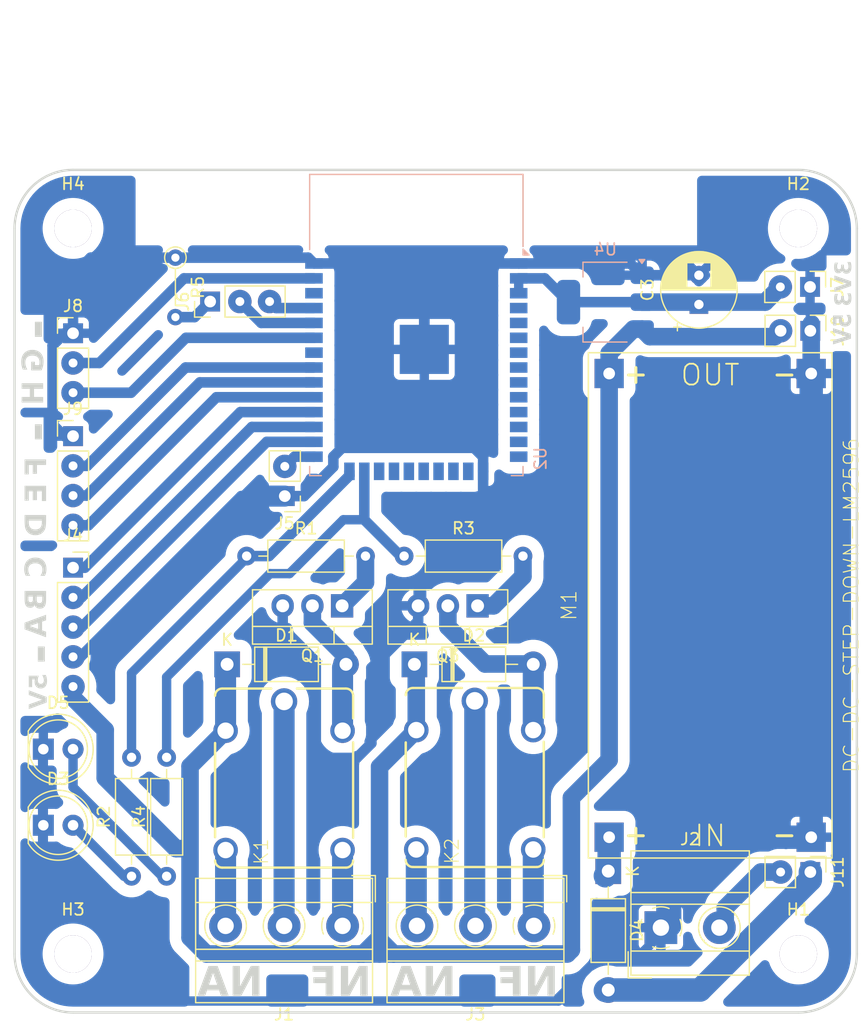
<source format=kicad_pcb>
(kicad_pcb (version 20240108) (generator "pcbnew") (generator_version "8.0")
  (layers (0 "F.Cu" signal) (31 "B.Cu" signal) (34 "B.Paste" user) (35 "F.Paste" user) (36 "B.SilkS" user "B.Silkscreen") (37 "F.SilkS" user "F.Silkscreen") (38 "B.Mask" user) (39 "F.Mask" user) (44 "Edge.Cuts" user))
  (net 0 "")
  (net 1 "+5V")
  (net 2 "GND")
  (net 3 "+3.3V")
  (net 4 "Ativa_Relé_1")
  (net 5 "+24V")
  (net 6 "Net-(D4-A)")
  (net 7 "Net-(J1-Pin_3)")
  (net 8 "Net-(J1-Pin_1)")
  (net 9 "Net-(J1-Pin_2)")
  (net 10 "Net-(J3-Pin_1)")
  (net 11 "Net-(J3-Pin_2)")
  (net 12 "Net-(J3-Pin_3)")
  (net 13 "boot")
  (net 14 "TX")
  (net 15 "RX")
  (net 16 "Net-(Q1-B)")
  (net 17 "GPIO16")
  (net 21 "Ativa_Relé_2")
  (net 23 "GPIOC")
  (net 31 "GPIOA")
  (net 33 "GPIOB")
  (net 41 "Net-(D3-A)")
  (net 42 "Net-(D5-A)")
  (net 43 "Net-(Q3-B)")
  (net 44 "GPIO17")
  (net 45 "GPIOF")
  (net 46 "GPIOE")
  (net 47 "GPIOD")
  (net 48 "GPIOG")
  (net 49 "GPIOH")
  (net 51 "Net-(J6-Pin_1)")
  (net 52 "Net-(J11-Pin_2)")
  (footprint "Resistor_THT:R_Axial_DIN0207_L6.3mm_D2.5mm_P10.16mm_Horizontal" (layer "F.Cu") (at 135 83.36 90)
    (property "Reference" "R4" (at 5.08 -2.37 -90) (layer "F.SilkS"))
    (property "Value" "220")
    (pad "1" thru_hole circle (at 0 0 90) (size 1.6 1.6) (drill 0.8) (layers "*.Cu" "*.Mask") (net 42 "Net-(D5-A)"))
    (pad "2" thru_hole oval (at 10.16 0 90) (size 1.6 1.6) (drill 0.8) (layers "*.Cu" "*.Mask") (net 44 "GPIO17"))
  )
  (footprint "Connector_PinHeader_2.54mm:PinHeader_1x02_P2.54mm_Vertical" (layer "F.Cu") (at 145.1 50.875 180)
    (property "Reference" "J5" (at 0 -2.33 180) (layer "F.SilkS"))
    (property "Value" "Conn_01x02_Pin")
    (pad "1" thru_hole rect (at 0 0 180) (size 1.7 1.7) (drill 1) (layers "*.Cu" "*.Mask") (net 2 "GND"))
    (pad "2" thru_hole circle (at 0 2.54 180) (size 2 2) (drill 0.762) (layers "*.Cu" "*.Mask") (net 13 "boot"))
  )
  (footprint "TerminalBlock_MetzConnect:TerminalBlock_MetzConnect_Type011_RT05503HBWC_1x03_P5.00mm_Horizontal" (layer "F.Cu") (at 150.04 87.6 180)
    (property "Reference" "J1" (at 5 -7.56 180) (layer "F.SilkS"))
    (property "Value" "Screw_Terminal_01x03")
    (pad "1" thru_hole circle (at 0 0 180) (size 2.8 2.8) (drill 1.4) (layers "*.Cu" "*.Mask") (net 8 "Net-(J1-Pin_1)"))
    (pad "2" thru_hole circle (at 5 0 180) (size 2.8 2.8) (drill 1.4) (layers "*.Cu" "*.Mask") (net 9 "Net-(J1-Pin_2)"))
    (pad "3" thru_hole circle (at 10 0 180) (size 2.8 2.8) (drill 1.4) (layers "*.Cu" "*.Mask") (net 7 "Net-(J1-Pin_3)"))
  )
  (footprint "Connector_PinHeader_2.54mm:PinHeader_1x03_P2.54mm_Vertical" (layer "F.Cu") (at 138.72 34.25 90)
    (property "Reference" "J6" (at 0 -2.33 -90) (layer "F.SilkS"))
    (property "Value" "Conn_01x03_Pin")
    (pad "1" thru_hole rect (at 0 0 90) (size 1.7 1.7) (drill 1) (layers "*.Cu" "*.Mask") (net 51 "Net-(J6-Pin_1)"))
    (pad "2" thru_hole circle (at 0 2.54 90) (size 2 2) (drill 0.762) (layers "*.Cu" "*.Mask") (net 15 "RX"))
    (pad "3" thru_hole circle (at 0 5.08 90) (size 2 2) (drill 0.762) (layers "*.Cu" "*.Mask") (net 14 "TX"))
  )
  (footprint "TerminalBlock_MetzConnect:TerminalBlock_MetzConnect_Type011_RT05503HBWC_1x03_P5.00mm_Horizontal" (layer "F.Cu") (at 166.4 87.6 180)
    (property "Reference" "J3" (at 5 -7.56 180) (layer "F.SilkS"))
    (property "Value" "Screw_Terminal_01x03")
    (pad "1" thru_hole circle (at 0 0 180) (size 2.8 2.8) (drill 1.4) (layers "*.Cu" "*.Mask") (net 10 "Net-(J3-Pin_1)"))
    (pad "2" thru_hole circle (at 5 0 180) (size 2.8 2.8) (drill 1.4) (layers "*.Cu" "*.Mask") (net 11 "Net-(J3-Pin_2)"))
    (pad "3" thru_hole circle (at 10 0 180) (size 2.8 2.8) (drill 1.4) (layers "*.Cu" "*.Mask") (net 12 "Net-(J3-Pin_3)"))
  )
  (footprint "Resistor_THT:R_Axial_DIN0207_L6.3mm_D2.5mm_P10.16mm_Horizontal" (layer "F.Cu") (at 155.3 56)
    (property "Reference" "R3" (at 5.08 -2.37 0) (layer "F.SilkS"))
    (property "Value" "3.3k")
    (pad "1" thru_hole circle (at 0 0) (size 1.6 1.6) (drill 0.8) (layers "*.Cu" "*.Mask") (net 44 "GPIO17"))
    (pad "2" thru_hole oval (at 10.16 0) (size 1.6 1.6) (drill 0.8) (layers "*.Cu" "*.Mask") (net 43 "Net-(Q3-B)"))
  )
  (footprint "Package_TO_SOT_THT:TO-220-3_Vertical" (layer "F.Cu") (at 150 60.25 180)
    (property "Reference" "Q1" (at 2.54 -4.27 180) (layer "F.SilkS"))
    (property "Value" "TIP127")
    (pad "1" thru_hole rect (at 0 0 180) (size 1.905 2) (drill 1.1) (layers "*.Cu" "*.Mask") (net 16 "Net-(Q1-B)"))
    (pad "2" thru_hole oval (at 2.54 0 180) (size 1.905 2) (drill 1.1) (layers "*.Cu" "*.Mask") (net 4 "Ativa_Relé_1"))
    (pad "3" thru_hole oval (at 5.08 0 180) (size 1.905 2) (drill 1.1) (layers "*.Cu" "*.Mask") (net 2 "GND"))
  )
  (footprint "Diode_THT:D_DO-41_SOD81_P10.16mm_Horizontal" (layer "F.Cu") (at 140.17 65.25)
    (property "Reference" "D1" (at 5.08 -2.47 0) (layer "F.SilkS"))
    (property "Value" "1N4007")
    (fp_text user "K" (at 0 -2.1 0) (layer "F.SilkS"))
    (pad "1" thru_hole rect (at 0 0) (size 2.2 2.2) (drill 1.1) (layers "*.Cu" "*.Mask") (net 1 "+5V"))
    (pad "2" thru_hole oval (at 10.16 0) (size 2.2 2.2) (drill 1.1) (layers "*.Cu" "*.Mask") (net 4 "Ativa_Relé_1"))
  )
  (footprint "MountingHole:MountingHole_3.2mm_M3_DIN965" (layer "F.Cu") (at 189 90)
    (property "Reference" "H1" (at 0 -3.8 0) (layer "F.SilkS"))
    (property "Value" "MountingHole")
    (pad "" thru_hole circle (at 0 0) (size 3.2 3.2) (drill 3.2) (layers "*.Cu" "*.Mask"))
  )
  (footprint "Connector_PinSocket_2.54mm:PinSocket_1x05_P2.54mm_Vertical" (layer "F.Cu") (at 127 56.99)
    (property "Reference" "J4" (at 0 -2.77 0) (layer "F.SilkS"))
    (property "Value" "Conn_01x05_Pin")
    (pad "1" thru_hole rect (at 0 0) (size 1.7 1.7) (drill 1) (layers "*.Cu" "*.Mask") (net 23 "GPIOC"))
    (pad "2" thru_hole circle (at 0 2.54) (size 2 2) (drill 0.762) (layers "*.Cu" "*.Mask") (net 33 "GPIOB"))
    (pad "3" thru_hole circle (at 0 5.08) (size 2 2) (drill 0.762) (layers "*.Cu" "*.Mask") (net 31 "GPIOA"))
    (pad "4" thru_hole circle (at 0 7.62) (size 2 2) (drill 0.762) (layers "*.Cu" "*.Mask") (net 2 "GND"))
    (pad "5" thru_hole circle (at 0 10.16) (size 2 2) (drill 0.762) (layers "*.Cu" "*.Mask") (net 1 "+5V"))
  )
  (footprint "Connector_PinHeader_2.54mm:PinHeader_1x02_P2.54mm_Vertical" (layer "F.Cu") (at 190 33 -90)
    (property "Reference" "J7" (at 0 -2.33 90) (layer "F.SilkS"))
    (property "Value" "Conn_01x02_Pin")
    (pad "1" thru_hole rect (at 0 0 270) (size 1.7 1.7) (drill 1) (layers "*.Cu" "*.Mask") (net 2 "GND"))
    (pad "2" thru_hole circle (at 0 2.54 270) (size 2 2) (drill 0.762) (layers "*.Cu" "*.Mask") (net 3 "+3.3V"))
  )
  (footprint "Resistor_THT:R_Axial_DIN0204_L3.6mm_D1.6mm_P5.08mm_Vertical" (layer "F.Cu") (at 135.75 30.5 -90)
    (property "Reference" "R5" (at 2.54 -1.92 -90) (layer "F.SilkS"))
    (property "Value" "0")
    (pad "1" thru_hole circle (at 0 0 270) (size 1.4 1.4) (drill 0.7) (layers "*.Cu" "*.Mask") (net 2 "GND"))
    (pad "2" thru_hole oval (at 5.08 0 270) (size 1.4 1.4) (drill 0.7) (layers "*.Cu" "*.Mask") (net 51 "Net-(J6-Pin_1)"))
  )
  (footprint "Benzlab:DC-DC-STEP-DOWN-LM2596" (layer "F.Cu") (at 181.464 60.212 90)
    (property "Reference" "M1" (at 0 -12.065 -90) (layer "F.SilkS") (effects (font (size 1.27 1.27) (thickness 0.1016))))
    (property "Value" "DC-DC-STEP-DOWN-LM2596" (at 0 12.065 -90) (layer "F.SilkS") (effects (font (size 1.27 1.27) (thickness 0.1016))))
    (fp_text user "OUT" (at 19.685 0 0) (layer "F.SilkS") (effects (font (size 1.778 1.778) (thickness 0.1524))))
    (fp_text user "IN" (at -19.685 0 0) (layer "F.SilkS") (effects (font (size 1.778 1.778) (thickness 0.1524))))
    (pad "IN+" thru_hole rect (at -19.812 -8.636 90) (size 2.5 2.5) (drill 1) (layers "*.Cu" "*.Mask") (net 5 "+24V"))
    (pad "IN-" thru_hole rect (at -19.812 8.636 90) (size 2.5 2.5) (drill 1) (layers "*.Cu" "*.Mask") (net 2 "GND"))
    (pad "OUT+" thru_hole rect (at 19.812 -8.636 90) (size 2.5 2.5) (drill 1) (layers "*.Cu" "*.Mask") (net 1 "+5V"))
    (pad "OUT-" thru_hole rect (at 19.812 8.636 90) (size 2.5 2.5) (drill 1) (layers "*.Cu" "*.Mask") (net 2 "GND"))
  )
  (footprint "Resistor_THT:R_Axial_DIN0207_L6.3mm_D2.5mm_P10.16mm_Horizontal" (layer "F.Cu") (at 141.84 56)
    (property "Reference" "R1" (at 5.08 -2.37 0) (layer "F.SilkS"))
    (property "Value" "3.3k")
    (pad "1" thru_hole circle (at 0 0) (size 1.6 1.6) (drill 0.8) (layers "*.Cu" "*.Mask") (net 17 "GPIO16"))
    (pad "2" thru_hole oval (at 10.16 0) (size 1.6 1.6) (drill 0.8) (layers "*.Cu" "*.Mask") (net 16 "Net-(Q1-B)"))
  )
  (footprint "Benzlab:JJM1C_relay" (layer "F.Cu") (at 161.34 74.92 90)
    (property "Reference" "K2" (at -5.08 -1.27 -90) (layer "F.SilkS") (effects (font (size 1.1684 1.1684) (thickness 0.1016)) (justify right bottom)))
    (property "Value" "JJM1C_relay")
    (pad "1" thru_hole circle (at 6.55 0 270) (size 2.25 2.25) (drill 1.5) (layers "*.Cu" "*.Mask") (net 11 "Net-(J3-Pin_2)"))
    (pad "2" thru_hole circle (at 4.05 5 270) (size 2.1 2.1) (drill 1.4) (layers "*.Cu" "*.Mask") (net 21 "Ativa_Relé_2"))
    (pad "3" thru_hole circle (at -6.15 -5 270) (size 2.1 2.1) (drill 1.4) (layers "*.Cu" "*.Mask") (net 12 "Net-(J3-Pin_3)"))
    (pad "4" thru_hole circle (at -6.15 5 270) (size 2.1 2.1) (drill 1.4) (layers "*.Cu" "*.Mask") (net 10 "Net-(J3-Pin_1)"))
    (pad "5" thru_hole circle (at 4.05 -5 270) (size 2.1 2.1) (drill 1.4) (layers "*.Cu" "*.Mask") (net 1 "+5V"))
  )
  (footprint "Connector_PinHeader_2.54mm:PinHeader_1x02_P2.54mm_Vertical" (layer "F.Cu") (at 190.025 36.75 -90)
    (property "Reference" "J10" (at 0 -2.33 90) (layer "F.SilkS"))
    (property "Value" "Conn_01x02_Pin")
    (pad "1" thru_hole rect (at 0 0 270) (size 1.7 1.7) (drill 1) (layers "*.Cu" "*.Mask") (net 2 "GND"))
    (pad "2" thru_hole circle (at 0 2.54 270) (size 2 2) (drill 1) (layers "*.Cu" "*.Mask") (net 1 "+5V"))
  )
  (footprint "Package_TO_SOT_THT:TO-220-3_Vertical" (layer "F.Cu") (at 161.58 60.25 180)
    (property "Reference" "Q3" (at 2.54 -4.27 180) (layer "F.SilkS"))
    (property "Value" "TIP127")
    (pad "1" thru_hole rect (at 0 0 180) (size 1.905 2) (drill 1.1) (layers "*.Cu" "*.Mask") (net 43 "Net-(Q3-B)"))
    (pad "2" thru_hole oval (at 2.54 0 180) (size 1.905 2) (drill 1.1) (layers "*.Cu" "*.Mask") (net 21 "Ativa_Relé_2"))
    (pad "3" thru_hole oval (at 5.08 0 180) (size 1.905 2) (drill 1.1) (layers "*.Cu" "*.Mask") (net 2 "GND"))
  )
  (footprint "Capacitor_THT:CP_Radial_D6.3mm_P2.50mm" (layer "F.Cu") (at 180.5 34.5 90)
    (property "Reference" "C3" (at 1.25 -4.4 -90) (layer "F.SilkS"))
    (property "Value" "220uF")
    (pad "1" thru_hole rect (at 0 0 90) (size 1.6 1.6) (drill 0.8) (layers "*.Cu" "*.Mask") (net 3 "+3.3V"))
    (pad "2" thru_hole circle (at 2.5 0 90) (size 1.6 1.6) (drill 0.8) (layers "*.Cu" "*.Mask") (net 2 "GND"))
  )
  (footprint "MountingHole:MountingHole_3.2mm_M3_DIN965" (layer "F.Cu") (at 127 28)
    (property "Reference" "H4" (at 0 -3.8 0) (layer "F.SilkS"))
    (property "Value" "MountingHole")
    (pad "" thru_hole circle (at 0 0) (size 3.2 3.2) (drill 3.2) (layers "*.Cu" "*.Mask"))
  )
  (footprint "MountingHole:MountingHole_3.2mm_M3_DIN965" (layer "F.Cu") (at 189 28)
    (property "Reference" "H2" (at 0 -3.8 0) (layer "F.SilkS"))
    (property "Value" "MountingHole")
    (pad "" thru_hole circle (at 0 0) (size 3.2 3.2) (drill 3.2) (layers "*.Cu" "*.Mask"))
  )
  (footprint "Connector_PinHeader_2.54mm:PinHeader_1x03_P2.54mm_Vertical" (layer "F.Cu") (at 127 36.96)
    (property "Reference" "J8" (at 0 -2.33 0) (layer "F.SilkS"))
    (property "Value" "Conn_01x03_Pin")
    (pad "1" thru_hole rect (at 0 0) (size 1.7 1.7) (drill 1) (layers "*.Cu" "*.Mask") (net 2 "GND"))
    (pad "2" thru_hole circle (at 0 2.54) (size 2 2) (drill 0.762) (layers "*.Cu" "*.Mask") (net 48 "GPIOG"))
    (pad "3" thru_hole circle (at 0 5.08) (size 2 2) (drill 0.762) (layers "*.Cu" "*.Mask") (net 49 "GPIOH"))
  )
  (footprint "MountingHole:MountingHole_3.2mm_M3_DIN965" (layer "F.Cu") (at 127 90)
    (property "Reference" "H3" (at 0 -3.8 0) (layer "F.SilkS"))
    (property "Value" "MountingHole")
    (pad "" thru_hole circle (at 0 0) (size 3.2 3.2) (drill 3.2) (layers "*.Cu" "*.Mask"))
  )
  (footprint "Diode_THT:D_DO-41_SOD81_P10.16mm_Horizontal" (layer "F.Cu") (at 156.18 65.25)
    (property "Reference" "D2" (at 5.08 -2.47 0) (layer "F.SilkS"))
    (property "Value" "1N4007")
    (fp_text user "K" (at 0 -2.1 0) (layer "F.SilkS"))
    (pad "1" thru_hole rect (at 0 0) (size 2.2 2.2) (drill 1.1) (layers "*.Cu" "*.Mask") (net 1 "+5V"))
    (pad "2" thru_hole oval (at 10.16 0) (size 2.2 2.2) (drill 1.1) (layers "*.Cu" "*.Mask") (net 21 "Ativa_Relé_2"))
  )
  (footprint "Diode_THT:D_DO-41_SOD81_P10.16mm_Horizontal" (layer "F.Cu") (at 172.75 82.92 -90)
    (property "Reference" "D4" (at 5.08 -2.47 90) (layer "F.SilkS"))
    (property "Value" "1N4007")
    (fp_text user "K" (at 0 -2.1 90) (layer "F.SilkS"))
    (pad "1" thru_hole rect (at 0 0 270) (size 2.2 2.2) (drill 1.1) (layers "*.Cu" "*.Mask") (net 5 "+24V"))
    (pad "2" thru_hole oval (at 10.16 0 270) (size 2.2 2.2) (drill 1.1) (layers "*.Cu" "*.Mask") (net 6 "Net-(D4-A)"))
  )
  (footprint "TerminalBlock_MetzConnect:TerminalBlock_MetzConnect_Type011_RT05502HBWC_1x02_P5.00mm_Horizontal" (layer "F.Cu") (at 177.25 87.75)
    (property "Reference" "J2" (at 2.5 -7.56 0) (layer "F.SilkS"))
    (property "Value" "Screw_Terminal_01x02")
    (pad "1" thru_hole rect (at 0 0) (size 2.8 2.8) (drill 1.4) (layers "*.Cu" "*.Mask") (net 2 "GND"))
    (pad "2" thru_hole circle (at 5 0) (size 2.8 2.8) (drill 1.4) (layers "*.Cu" "*.Mask") (net 52 "Net-(J11-Pin_2)"))
  )
  (footprint "LED_THT:LED_D5.0mm_Clear" (layer "F.Cu") (at 124.46 72.5)
    (property "Reference" "D5" (at 1.27 -3.96 0) (layer "F.SilkS"))
    (property "Value" "LED")
    (pad "1" thru_hole rect (at 0 0) (size 1.8 1.8) (drill 0.9) (layers "*.Cu" "*.Mask") (net 2 "GND"))
    (pad "2" thru_hole circle (at 2.54 0) (size 1.8 1.8) (drill 0.9) (layers "*.Cu" "*.Mask") (net 42 "Net-(D5-A)"))
  )
  (footprint "LED_THT:LED_D5.0mm_Clear" (layer "F.Cu") (at 124.46 79)
    (property "Reference" "D3" (at 1.27 -3.96 0) (layer "F.SilkS"))
    (property "Value" "LED")
    (pad "1" thru_hole rect (at 0 0) (size 1.8 1.8) (drill 0.9) (layers "*.Cu" "*.Mask") (net 2 "GND"))
    (pad "2" thru_hole circle (at 2.54 0) (size 1.8 1.8) (drill 0.9) (layers "*.Cu" "*.Mask") (net 41 "Net-(D3-A)"))
  )
  (footprint "Connector_PinHeader_2.54mm:PinHeader_1x02_P2.54mm_Vertical" (layer "F.Cu") (at 190.025 83 -90)
    (property "Reference" "J11" (at 0 -2.33 90) (layer "F.SilkS"))
    (property "Value" "Conn_01x02_Pin")
    (pad "1" thru_hole rect (at 0 0 270) (size 1.7 1.7) (drill 1) (layers "*.Cu" "*.Mask") (net 6 "Net-(D4-A)"))
    (pad "2" thru_hole circle (at 0 2.54 270) (size 2 2) (drill 0.762) (layers "*.Cu" "*.Mask") (net 52 "Net-(J11-Pin_2)"))
  )
  (footprint "Connector_PinHeader_2.54mm:PinHeader_1x04_P2.54mm_Vertical" (layer "F.Cu") (at 127 45.75)
    (property "Reference" "J9" (at 0 -2.33 0) (layer "F.SilkS"))
    (property "Value" "Conn_01x04_Pin")
    (pad "1" thru_hole rect (at 0 0) (size 1.7 1.7) (drill 1) (layers "*.Cu" "*.Mask") (net 2 "GND"))
    (pad "2" thru_hole circle (at 0 2.54) (size 2 2) (drill 0.762) (layers "*.Cu" "*.Mask") (net 45 "GPIOF"))
    (pad "3" thru_hole circle (at 0 5.08) (size 2 2) (drill 0.762) (layers "*.Cu" "*.Mask") (net 46 "GPIOE"))
    (pad "4" thru_hole circle (at 0 7.62) (size 2 2) (drill 0.762) (layers "*.Cu" "*.Mask") (net 47 "GPIOD"))
  )
  (footprint "Resistor_THT:R_Axial_DIN0207_L6.3mm_D2.5mm_P10.16mm_Horizontal" (layer "F.Cu") (at 132 83.36 90)
    (property "Reference" "R2" (at 5.08 -2.37 -90) (layer "F.SilkS"))
    (property "Value" "220")
    (pad "1" thru_hole circle (at 0 0 90) (size 1.6 1.6) (drill 0.8) (layers "*.Cu" "*.Mask") (net 41 "Net-(D3-A)"))
    (pad "2" thru_hole oval (at 10.16 0 90) (size 1.6 1.6) (drill 0.8) (layers "*.Cu" "*.Mask") (net 17 "GPIO16"))
  )
  (footprint "Benzlab:JJM1C_relay" (layer "F.Cu") (at 145.04 74.97 90)
    (property "Reference" "K1" (at -5.08 -1.27 -90) (layer "F.SilkS") (effects (font (size 1.1684 1.1684) (thickness 0.1016)) (justify right bottom)))
    (property "Value" "JJM1C_relay")
    (pad "1" thru_hole circle (at 6.55 0 270) (size 2.25 2.25) (drill 1.5) (layers "*.Cu" "*.Mask") (net 9 "Net-(J1-Pin_2)"))
    (pad "2" thru_hole circle (at 4.05 5 270) (size 2.1 2.1) (drill 1.4) (layers "*.Cu" "*.Mask") (net 4 "Ativa_Relé_1"))
    (pad "3" thru_hole circle (at -6.15 -5 270) (size 2.1 2.1) (drill 1.4) (layers "*.Cu" "*.Mask") (net 7 "Net-(J1-Pin_3)"))
    (pad "4" thru_hole circle (at -6.15 5 270) (size 2.1 2.1) (drill 1.4) (layers "*.Cu" "*.Mask") (net 8 "Net-(J1-Pin_1)"))
    (pad "5" thru_hole circle (at 4.05 -5 270) (size 2.1 2.1) (drill 1.4) (layers "*.Cu" "*.Mask") (net 1 "+5V"))
  )
  (footprint "Package_TO_SOT_SMD:SOT-223-3_TabPin2" (layer "B.Cu") (at 172.5 34.3 180)
    (property "Reference" "U4" (at 0 4.5 180) (layer "B.SilkS") (effects (justify mirror)))
    (property "Value" "AMS1117")
    (pad "1" smd roundrect (at -3.15 2.3 180) (size 2 1.5) (layers "B.Cu" "B.Paste" "B.Mask") (net 2 "GND"))
    (pad "2" smd roundrect (at -3.15 0 180) (size 2 1.5) (layers "B.Cu" "B.Paste" "B.Mask") (net 3 "+3.3V"))
    (pad "2" smd roundrect (at 3.15 0 180) (size 2 3.8) (layers "B.Cu" "B.Paste" "B.Mask") (net 3 "+3.3V"))
    (pad "3" smd roundrect (at -3.15 -2.3 180) (size 2 1.5) (layers "B.Cu" "B.Paste" "B.Mask") (net 1 "+5V"))
  )
  (footprint "RF_Module:ESP32-WROOM-32" (layer "B.Cu") (at 156.345 39.2475 180)
    (property "Reference" "U2" (at -10.61 -8.43 -90) (layer "B.SilkS") (effects (justify mirror)))
    (property "Value" "ESP32-WROOM-32")
    (pad "1" smd rect (at -8.75 8.25 180) (size 1.5 0.9) (layers "B.Cu" "B.Paste" "B.Mask") (net 2 "GND"))
    (pad "2" smd rect (at -8.75 6.98 180) (size 1.5 0.9) (layers "B.Cu" "B.Paste" "B.Mask") (net 3 "+3.3V"))
    (pad "3" smd rect (at -8.75 5.71 180) (size 1.5 0.9) (layers "B.Cu" "B.Paste" "B.Mask") (net 3 "+3.3V"))
    (pad "4" smd rect (at -8.75 4.44 180) (size 1.5 0.9) (layers "B.Cu" "B.Paste" "B.Mask"))
    (pad "5" smd rect (at -8.75 3.17 180) (size 1.5 0.9) (layers "B.Cu" "B.Paste" "B.Mask"))
    (pad "6" smd rect (at -8.75 1.9 180) (size 1.5 0.9) (layers "B.Cu" "B.Paste" "B.Mask"))
    (pad "7" smd rect (at -8.75 0.63 180) (size 1.5 0.9) (layers "B.Cu" "B.Paste" "B.Mask"))
    (pad "8" smd rect (at -8.75 -0.64 180) (size 1.5 0.9) (layers "B.Cu" "B.Paste" "B.Mask"))
    (pad "9" smd rect (at -8.75 -1.91 180) (size 1.5 0.9) (layers "B.Cu" "B.Paste" "B.Mask"))
    (pad "10" smd rect (at -8.75 -3.18 180) (size 1.5 0.9) (layers "B.Cu" "B.Paste" "B.Mask"))
    (pad "11" smd rect (at -8.75 -4.45 180) (size 1.5 0.9) (layers "B.Cu" "B.Paste" "B.Mask"))
    (pad "12" smd rect (at -8.75 -5.72 180) (size 1.5 0.9) (layers "B.Cu" "B.Paste" "B.Mask"))
    (pad "13" smd rect (at -8.75 -6.99 180) (size 1.5 0.9) (layers "B.Cu" "B.Paste" "B.Mask"))
    (pad "14" smd rect (at -8.75 -8.26 180) (size 1.5 0.9) (layers "B.Cu" "B.Paste" "B.Mask"))
    (pad "15" smd rect (at -5.71 -9.51 90) (size 1.5 0.9) (layers "B.Cu" "B.Paste" "B.Mask") (net 2 "GND"))
    (pad "16" smd rect (at -4.44 -9.51 90) (size 1.5 0.9) (layers "B.Cu" "B.Paste" "B.Mask"))
    (pad "17" smd rect (at -3.17 -9.51 90) (size 1.5 0.9) (layers "B.Cu" "B.Paste" "B.Mask"))
    (pad "18" smd rect (at -1.9 -9.51 90) (size 1.5 0.9) (layers "B.Cu" "B.Paste" "B.Mask"))
    (pad "19" smd rect (at -0.63 -9.51 90) (size 1.5 0.9) (layers "B.Cu" "B.Paste" "B.Mask"))
    (pad "20" smd rect (at 0.64 -9.51 90) (size 1.5 0.9) (layers "B.Cu" "B.Paste" "B.Mask"))
    (pad "21" smd rect (at 1.91 -9.51 90) (size 1.5 0.9) (layers "B.Cu" "B.Paste" "B.Mask"))
    (pad "22" smd rect (at 3.18 -9.51 90) (size 1.5 0.9) (layers "B.Cu" "B.Paste" "B.Mask"))
    (pad "23" smd rect (at 4.45 -9.51 90) (size 1.5 0.9) (layers "B.Cu" "B.Paste" "B.Mask") (net 44 "GPIO17"))
    (pad "24" smd rect (at 5.72 -9.51 90) (size 1.5 0.9) (layers "B.Cu" "B.Paste" "B.Mask") (net 17 "GPIO16"))
    (pad "25" smd rect (at 8.75 -8.26 180) (size 1.5 0.9) (layers "B.Cu" "B.Paste" "B.Mask") (net 13 "boot"))
    (pad "26" smd rect (at 8.75 -6.99 180) (size 1.5 0.9) (layers "B.Cu" "B.Paste" "B.Mask") (net 31 "GPIOA"))
    (pad "27" smd rect (at 8.75 -5.72 180) (size 1.5 0.9) (layers "B.Cu" "B.Paste" "B.Mask") (net 33 "GPIOB"))
    (pad "28" smd rect (at 8.75 -4.45 180) (size 1.5 0.9) (layers "B.Cu" "B.Paste" "B.Mask") (net 23 "GPIOC"))
    (pad "29" smd rect (at 8.75 -3.18 180) (size 1.5 0.9) (layers "B.Cu" "B.Paste" "B.Mask") (net 47 "GPIOD"))
    (pad "30" smd rect (at 8.75 -1.91 180) (size 1.5 0.9) (layers "B.Cu" "B.Paste" "B.Mask") (net 46 "GPIOE"))
    (pad "31" smd rect (at 8.75 -0.64 180) (size 1.5 0.9) (layers "B.Cu" "B.Paste" "B.Mask") (net 45 "GPIOF"))
    (pad "32" smd rect (at 8.75 0.63 180) (size 1.5 0.9) (layers "B.Cu" "B.Paste" "B.Mask"))
    (pad "33" smd rect (at 8.75 1.9 180) (size 1.5 0.9) (layers "B.Cu" "B.Paste" "B.Mask") (net 49 "GPIOH"))
    (pad "34" smd rect (at 8.75 3.17 180) (size 1.5 0.9) (layers "B.Cu" "B.Paste" "B.Mask") (net 15 "RX"))
    (pad "35" smd rect (at 8.75 4.44 180) (size 1.5 0.9) (layers "B.Cu" "B.Paste" "B.Mask") (net 14 "TX"))
    (pad "36" smd rect (at 8.75 5.71 180) (size 1.5 0.9) (layers "B.Cu" "B.Paste" "B.Mask"))
    (pad "37" smd rect (at 8.75 6.98 180) (size 1.5 0.9) (layers "B.Cu" "B.Paste" "B.Mask") (net 48 "GPIOG"))
    (pad "38" smd rect (at 8.75 8.25 180) (size 1.5 0.9) (layers "B.Cu" "B.Paste" "B.Mask") (net 2 "GND"))
    (pad "39" smd rect (at -0.68 0.91 180) (size 4.2 4.2) (layers "B.Cu" "B.Mask") (net 2 "GND"))
    (zone (net 0) (net_name "") (layers "F.Cu" "In1.Cu" "B.Cu") (connect_pads (clearance 0)) (min_thickness 0.254)
      (keepout (tracks not_allowed) (vias not_allowed) (pads not_allowed) (copperpour not_allowed) (footprints not_allowed))
      (fill (thermal_gap 0.508) (thermal_bridge_width 0.508))
      (polygon (pts (xy 180.345 29.4475) (xy 132.345 29.4475) (xy 132.345 8.5075) (xy 180.345 8.5075)))
    )
  )
  (gr_arc (start 122 28) (mid 123.464466 24.464466) (end 127 23) (stroke (width 0.2)) (layer "Edge.Cuts"))
  (gr_line (start 194 28) (end 194 90) (stroke (width 0.2)) (layer "Edge.Cuts"))
  (gr_line (start 189 95) (end 127 95) (stroke (width 0.2)) (layer "Edge.Cuts"))
  (gr_arc (start 189 23) (mid 192.535534 24.464466) (end 194 28) (stroke (width 0.2)) (layer "Edge.Cuts"))
  (gr_arc (start 194 90) (mid 192.535534 93.535534) (end 189 95) (stroke (width 0.2)) (layer "Edge.Cuts"))
  (gr_arc (start 127 95) (mid 123.464466 93.535534) (end 122 90) (stroke (width 0.2)) (layer "Edge.Cuts"))
  (gr_line (start 122 90) (end 122 28) (stroke (width 0.2)) (layer "Edge.Cuts"))
  (gr_line (start 127 23) (end 189 23) (stroke (width 0.2)) (layer "Edge.Cuts"))
  (gr_text "3V3" (at 193.75 30.75 90) (layer "Edge.Cuts") (effects (font (size 1.4 1.3) (thickness 0.3) (bold yes)) (justify left bottom mirror)))
  (gr_text "NA" (at 159.75 94 0) (layer "Edge.Cuts") (effects (font (size 2.5 2.5) (thickness 0.3) (bold yes)) (justify left bottom mirror)))
  (gr_text "C" (at 125 56 90) (layer "Edge.Cuts") (effects (font (size 1.8 1.8) (thickness 0.2) (bold yes)) (justify left bottom mirror)))
  (gr_text "5V" (at 125 66 90) (layer "Edge.Cuts") (effects (font (size 1.5 1.5) (thickness 0.1) (bold yes)) (justify left bottom mirror)))
  (gr_text "NF" (at 168.5 94 0) (layer "Edge.Cuts") (effects (font (size 2.5 2.5) (thickness 0.3) (bold yes)) (justify left bottom mirror)))
  (gr_text "NF" (at 152.5 94 0) (layer "Edge.Cuts") (effects (font (size 2.5 2.5) (thickness 0.3) (bold yes)) (justify left bottom mirror)))
  (gr_text "B" (at 125 58.75 90) (layer "Edge.Cuts") (effects (font (size 1.8 1.8) (thickness 0.2) (bold yes)) (justify left bottom mirror)))
  (gr_text "D" (at 125 52.26 90) (layer "Edge.Cuts") (effects (font (size 1.8 1.8) (thickness 0.2) (bold yes)) (justify left bottom mirror)))
  (gr_text "-" (at 125.75 35.75 90) (layer "Edge.Cuts") (effects (font (size 3 3) (thickness 0.1) (bold yes)) (justify left bottom mirror)))
  (gr_text "H" (at 124.75 41 90) (layer "Edge.Cuts") (effects (font (size 1.8 1.8) (thickness 0.2) (bold yes)) (justify left bottom mirror)))
  (gr_text "G" (at 124.75 38.25 90) (layer "Edge.Cuts") (effects (font (size 1.8 1.8) (thickness 0.2) (bold yes)) (justify left bottom mirror)))
  (gr_text "5V" (at 193.75 35.25 90) (layer "Edge.Cuts") (effects (font (size 1.5 1.3) (thickness 0.3) (bold yes)) (justify left bottom mirror)))
  (gr_text "E" (at 125 49.76 90) (layer "Edge.Cuts") (effects (font (size 1.8 1.8) (thickness 0.2) (bold yes)) (justify left bottom mirror)))
  (gr_text "NA" (at 143.25 94 0) (layer "Edge.Cuts") (effects (font (size 2.5 2.5) (thickness 0.3) (bold yes)) (justify left bottom mirror)))
  (gr_text "F" (at 125 47.51 90) (layer "Edge.Cuts") (effects (font (size 1.8 1.8) (thickness 0.2) (bold yes)) (justify left bottom mirror)))
  (gr_text "-" (at 126 63.5 90) (layer "Edge.Cuts") (effects (font (size 3 3) (thickness 0.1) (bold yes)) (justify left bottom mirror)))
  (gr_text "-" (at 125.75 44.51 90) (layer "Edge.Cuts") (effects (font (size 3 3) (thickness 0.1) (bold yes)) (justify left bottom mirror)))
  (gr_text "A" (at 125 61 90) (layer "Edge.Cuts") (effects (font (size 1.8 1.8) (thickness 0.2) (bold yes)) (justify left bottom mirror)))
  (segment (start 153.2 88.6) (end 151.8 90) (width 1.5) (layer "B.Cu") (net 1))
  (segment (start 136.9 81) (end 135.8 81) (width 1.5) (layer "B.Cu") (net 1))
  (segment (start 174.9 36.6) (end 175.65 36.6) (width 1.5) (layer "B.Cu") (net 1))
  (segment (start 153.2 88.6) (end 153.2 88.8) (width 1.5) (layer "B.Cu") (net 1))
  (segment (start 154.4 90) (end 153.2 90) (width 1.5) (layer "B.Cu") (net 1))
  (segment (start 129.75 74.95) (end 129.75 70.86) (width 1.5) (layer "B.Cu") (net 1))
  (segment (start 140.04 65.38) (end 140.04 70.92) (width 1.8) (layer "B.Cu") (net 1))
  (segment (start 172.828 40.4) (end 172.828 73.422) (width 1.5) (layer "B.Cu") (net 1))
  (segment (start 169.6 89.65) (end 169.25 90) (width 1.5) (layer "B.Cu") (net 1))
  (segment (start 151.8 90) (end 151.4 90) (width 1.5) (layer "B.Cu") (net 1))
  (segment (start 135.8 81) (end 129.75 74.95) (width 1.5) (layer "B.Cu") (net 1))
  (segment (start 153.2 88.6) (end 153.2 90) (width 1.5) (layer "B.Cu") (net 1))
  (segment (start 186.985 37.25) (end 187.485 36.75) (width 1.5) (layer "B.Cu") (net 1))
  (segment (start 175.65 36.6) (end 176.3 37.25) (width 1.5) (layer "B.Cu") (net 1))
  (segment (start 172.828 40.4) (end 172.828 38.672) (width 1.5) (layer "B.Cu") (net 1))
  (segment (start 153.2 90) (end 151.4 90) (width 1.5) (layer "B.Cu") (net 1))
  (segment (start 156.34 65.38) (end 156.18 65.22) (width 1.5) (layer "B.Cu") (net 1))
  (segment (start 138.4 90) (end 137 88.6) (width 1.5) (layer "B.Cu") (net 1))
  (segment (start 153.2 74.01) (end 153.2 88.6) (width 1.5) (layer "B.Cu") (net 1))
  (segment (start 127 68.11) (end 127 67.15) (width 1.5) (layer "B.Cu") (net 1))
  (segment (start 151.4 90) (end 138.4 90) (width 1.5) (layer "B.Cu") (net 1))
  (segment (start 140.17 65.25) (end 140.04 65.38) (width 1.8) (layer "B.Cu") (net 1))
  (segment (start 156.36 70.85) (end 156.34 70.87) (width 1.8) (layer "B.Cu") (net 1))
  (segment (start 137 73.96) (end 140.04 70.92) (width 1.5) (layer "B.Cu") (net 1))
  (segment (start 172.828 73.422) (end 169.6 76.65) (width 1.5) (layer "B.Cu") (net 1))
  (segment (start 156.34 70.87) (end 153.2 74.01) (width 1.5) (layer "B.Cu") (net 1))
  (segment (start 172.828 38.672) (end 174.9 36.6) (width 1.5) (layer "B.Cu") (net 1))
  (segment (start 176.3 37.25) (end 186.985 37.25) (width 1.5) (layer "B.Cu") (net 1))
  (segment (start 156.34 70.87) (end 156.34 65.38) (width 1.5) (layer "B.Cu") (net 1))
  (segment (start 153.2 88.8) (end 154.4 90) (width 1.5) (layer "B.Cu") (net 1))
  (segment (start 137 88.6) (end 137 73.96) (width 1.5) (layer "B.Cu") (net 1))
  (segment (start 129.75 70.86) (end 127 68.11) (width 1.5) (layer "B.Cu") (net 1))
  (segment (start 169.6 76.65) (end 169.6 89.65) (width 1.5) (layer "B.Cu") (net 1))
  (segment (start 169.25 90) (end 154.4 90) (width 1.5) (layer "B.Cu") (net 1))
  (segment (start 141.375 50.875) (end 127.64 64.61) (width 0.9) (layer "B.Cu") (net 2))
  (segment (start 126.25 45.75) (end 125.25 44.75) (width 0.9) (layer "B.Cu") (net 2))
  (segment (start 190.1 40.4) (end 190.1 36.15) (width 1.5) (layer "B.Cu") (net 2))
  (segment (start 175.75 90) (end 175.75 89.8) (width 0.8) (layer "B.Cu") (net 2))
  (segment (start 156.5 61.554874) (end 152.5 65.554874) (width 0.9) (layer "B.Cu") (net 2))
  (segment (start 147.75 72.5) (end 147.75 65) (width 0.9) (layer "B.Cu") (net 2))
  (segment (start 152.5 72) (end 151.25 73.25) (width 0.9) (layer "B.Cu") (net 2))
  (segment (start 142.825 50.875) (end 141.375 50.875) (width 0.9) (layer "B.Cu") (net 2))
  (segment (start 157.025 35.3375) (end 157.025 38.3375) (width 0.9) (layer "B.Cu") (net 2))
  (segment (start 178 87.55) (end 178 84.5) (width 2) (layer "B.Cu") (net 2))
  (segment (start 156.75 60) (end 156.5 60.25) (width 0.9) (layer "B.Cu") (net 2))
  (segment (start 147.0975 30.5) (end 147.595 30.9975) (width 0.9) (layer "B.Cu") (net 2))
  (segment (start 127 45.75) (end 126.25 45.75) (width 0.9) (layer "B.Cu") (net 2))
  (segment (start 178 84.5) (end 182.476 80.024) (width 2) (layer "B.Cu") (net 2))
  (segment (start 144.92 62.17) (end 144.92 60.25) (width 0.9) (layer "B.Cu") (net 2))
  (segment (start 174.6475 30.9975) (end 165.095 30.9975) (width 0.9) (layer "B.Cu") (net 2))
  (segment (start 162.055 48.7575) (end 162.055 47.5275) (width 0.9) (layer "B.Cu") (net 2))
  (segment (start 124.4 72.56) (end 124.4 82.19) (width 0.8) (layer "B.Cu") (net 2))
  (segment (start 148.5 73.25) (end 147.75 72.5) (width 0.9) (layer "B.Cu") (net 2))
  (segment (start 177.5 88.05) (end 178 87.55) (width 2) (layer "B.Cu") (net 2))
  (segment (start 175.75 89.8) (end 177.5 88.05) (width 0.8) (layer "B.Cu") (net 2))
  (segment (start 136.232136 94.022136) (end 168.5 94.022136) (width 0.8) (layer "B.Cu") (net 2))
  (segment (start 146.7475 50.875) (end 145.1 50.875) (width 0.9) (layer "B.Cu") (net 2))
  (segment (start 128.5 30.5) (end 147.0975 30.5) (width 0.9) (layer "B.Cu") (net 2))
  (segment (start 182.476 80.024) (end 190.1 80.024) (width 2) (layer "B.Cu") (net 2))
  (segment (start 149.25 48.3725) (end 146.7475 50.875) (width 0.9) (layer "B.Cu") (net 2))
  (segment (start 125.25 38) (end 126.29 36.96) (width 0.9) (layer "B.Cu") (net 2))
  (segment (start 145.1 50.875) (end 142.825 50.875) (width 1.8) (layer "B.Cu") (net 2))
  (segment (start 175.65 32) (end 181 32) (width 0.9) (layer "B.Cu") (net 2))
  (segment (start 149.25 47.5) (end 149.25 48.3725) (width 0.9) (layer "B.Cu") (net 2))
  (segment (start 161.365 30.9975) (end 157.025 35.3375) (width 0.9) (layer "B.Cu") (net 2))
  (segment (start 161.2775 46.75) (end 150 46.75) (width 0.9) (layer "B.Cu") (net 2))
  (segment (start 175.65 32) (end 174.6475 30.9975) (width 0.9) (layer "B.Cu") (net 2))
  (segment (start 151.25 73.25) (end 148.5 73.25) (width 0.9) (layer "B.Cu") (net 2))
  (segment (start 152.5 65.554874) (end 152.5 72) (width 0.9) (layer "B.Cu") (net 2))
  (segment (start 147.595 30.9975) (end 152.8975 30.9975) (width 0.9) (layer "B.Cu") (net 2))
  (segment (start 157.025 35.125) (end 157.025 38.3375) (width 0.9) (layer "B.Cu") (net 2))
  (segment (start 162.055 47.5275) (end 161.2775 46.75) (width 0.9) (layer "B.Cu") (net 2))
  (segment (start 156.75 58.25) (end 156.75 60) (width 0.9) (layer "B.Cu") (net 2))
  (segment (start 126.29 36.96) (end 127 36.96) (width 0.9) (layer "B.Cu") (net 2))
  (segment (start 127 32) (end 128.5 30.5) (width 0.9) (layer "B.Cu") (net 2))
  (segment (start 162.055 48.7575) (end 162.055 52.945) (width 0.9) (layer "B.Cu") (net 2))
  (segment (start 124.4 82.19) (end 136.232136 94.022136) (width 0.8) (layer "B.Cu") (net 2))
  (segment (start 127.64 64.61) (end 127 64.61) (width 0.9) (layer "B.Cu") (net 2))
  (segment (start 156.5 60.25) (end 156.5 61.554874) (width 0.9) (layer "B.Cu") (net 2))
  (segment (start 172.25 90) (end 175.75 90) (width 0.8) (layer "B.Cu") (net 2))
  (segment (start 168.5 94.022136) (end 168.5 93.75) (width 0.8) (layer "B.Cu") (net 2))
  (segment (start 181 32) (end 180.5 32.5) (width 0.9) (layer "B.Cu") (net 2))
  (segment (start 162.055 52.945) (end 156.75 58.25) (width 0.9) (layer "B.Cu") (net 2))
  (segment (start 127 36.96) (end 127 32) (width 0.9) (layer "B.Cu") (net 2))
  (segment (start 124.46 72.5) (end 124.4 72.56) (width 0.8) (layer "B.Cu") (net 2))
  (segment (start 147.75 65) (end 144.92 62.17) (width 0.9) (layer "B.Cu") (net 2))
  (segment (start 189.4 40.4) (end 190.1 40.4) (width 1.5) (layer "B.Cu") (net 2))
  (segment (start 190.1 80.024) (end 190.1 40.4) (width 2) (layer "B.Cu") (net 2))
  (segment (start 152.8975 30.9975) (end 157.025 35.125) (width 0.9) (layer "B.Cu") (net 2))
  (segment (start 165.095 30.9975) (end 161.365 30.9975) (width 0.9) (layer "B.Cu") (net 2))
  (segment (start 168.5 93.75) (end 172.25 90) (width 0.8) (layer "B.Cu") (net 2))
  (segment (start 125.25 44.75) (end 125.25 38) (width 0.9) (layer "B.Cu") (net 2))
  (segment (start 150 46.75) (end 149.25 47.5) (width 0.9) (layer "B.Cu") (net 2))
  (segment (start 165.095 32.2675) (end 167.3175 32.2675) (width 0.9) (layer "B.Cu") (net 3))
  (segment (start 169.35 34.3) (end 175.65 34.3) (width 0.9) (layer "B.Cu") (net 3))
  (segment (start 165.095 33.5375) (end 165.095 32.2675) (width 0.8) (layer "B.Cu") (net 3))
  (segment (start 175.65 34.3) (end 186.16 34.3) (width 1.5) (layer "B.Cu") (net 3))
  (segment (start 167.3175 32.2675) (end 169.35 34.3) (width 0.9) (layer "B.Cu") (net 3))
  (segment (start 186.16 34.3) (end 187.46 33) (width 1.5) (layer "B.Cu") (net 3))
  (segment (start 150.04 65.54) (end 150.04 70.92) (width 1.8) (layer "B.Cu") (net 4))
  (segment (start 150.33 65.25) (end 150.04 65.54) (width 1.8) (layer "B.Cu") (net 4))
  (segment (start 150.33 64.58) (end 150.33 65.25) (width 1.5) (layer "B.Cu") (net 4))
  (segment (start 147.46 60.25) (end 147.46 61.71) (width 1.5) (layer "B.Cu") (net 4))
  (segment (start 147.46 61.71) (end 150.33 64.58) (width 1.5) (layer "B.Cu") (net 4))
  (segment (start 172.828 82.992) (end 172.5 83.32) (width 2) (layer "B.Cu") (net 5))
  (segment (start 172.828 80.024) (end 172.828 82.992) (width 2) (layer "B.Cu") (net 5))
  (segment (start 172.5 93.12) (end 172.54 93.08) (width 2) (layer "B.Cu") (net 6))
  (segment (start 180.596956 93.08) (end 190.025 83.651956) (width 2) (layer "B.Cu") (net 6))
  (segment (start 190.025 83.651956) (end 190.025 83) (width 2) (layer "B.Cu") (net 6))
  (segment (start 172.54 93.08) (end 180.596956 93.08) (width 2) (layer "B.Cu") (net 6))
  (segment (start 140.04 81.12) (end 140.04 87.55) (width 1.8) (layer "B.Cu") (net 7))
  (segment (start 150.04 81.12) (end 150.04 87.55) (width 1.8) (layer "B.Cu") (net 8))
  (segment (start 145.04 87.55) (end 145.04 68.42) (width 1.8) (layer "B.Cu") (net 9))
  (segment (start 166.34 86.74) (end 166.4 86.8) (width 1.8) (layer "B.Cu") (net 10))
  (segment (start 166.34 81.07) (end 166.34 86.74) (width 1.8) (layer "B.Cu") (net 10))
  (segment (start 161.34 86.74) (end 161.4 86.8) (width 1.8) (layer "B.Cu") (net 11))
  (segment (start 161.34 68.37) (end 161.34 86.74) (width 1.8) (layer "B.Cu") (net 11))
  (segment (start 156.34 81.07) (end 156.34 86.74) (width 1.8) (layer "B.Cu") (net 12))
  (segment (start 156.34 86.74) (end 156.4 86.8) (width 1.8) (layer "B.Cu") (net 12))
  (segment (start 145.9275 47.5075) (end 145.1 48.335) (width 0.9) (layer "B.Cu") (net 13))
  (segment (start 147.595 47.5075) (end 145.9275 47.5075) (width 0.9) (layer "B.Cu") (net 13))
  (segment (start 147.5875 47.5) (end 147.595 47.5075) (width 0.9) (layer "B.Cu") (net 13))
  (segment (start 144.3575 34.8075) (end 143.8 34.25) (width 0.9) (layer "B.Cu") (net 14))
  (segment (start 147.595 34.8075) (end 144.3575 34.8075) (width 0.9) (layer "B.Cu") (net 14))
  (segment (start 147.595 36.0775) (end 143.0875 36.0775) (width 0.9) (layer "B.Cu") (net 15))
  (segment (start 143.0875 36.0775) (end 141.26 34.25) (width 0.9) (layer "B.Cu") (net 15))
  (segment (start 152 56) (end 152 58.25) (width 1.5) (layer "B.Cu") (net 16))
  (segment (start 152 58.25) (end 150 60.25) (width 1.5) (layer "B.Cu") (net 16))
  (segment (start 132 73.2) (end 132 66) (width 0.8) (layer "B.Cu") (net 17))
  (segment (start 141.84 56.16) (end 141.84 56) (width 0.8) (layer "B.Cu") (net 17))
  (segment (start 150.625 49.125) (end 150.625 48.7575) (width 0.9) (layer "B.Cu") (net 17))
  (segment (start 143.75 56) (end 150.625 49.125) (width 0.9) (layer "B.Cu") (net 17))
  (segment (start 141.84 56) (end 143.75 56) (width 0.9) (layer "B.Cu") (net 17))
  (segment (start 132 66) (end 141.84 56.16) (width 0.8) (layer "B.Cu") (net 17))
  (segment (start 162.22 65.22) (end 159.04 62.04) (width 1.5) (layer "B.Cu") (net 21))
  (segment (start 166.34 70.87) (end 166.34 65.4) (width 1.8) (layer "B.Cu") (net 21))
  (segment (start 159.04 62.04) (end 159.04 60.25) (width 1.5) (layer "B.Cu") (net 21))
  (segment (start 166.34 65.4) (end 166.52 65.22) (width 1.8) (layer "B.Cu") (net 21))
  (segment (start 166.34 65.22) (end 162.22 65.22) (width 1.5) (layer "B.Cu") (net 21))
  (segment (start 141.3025 43.6975) (end 147.595 43.6975) (width 0.9) (layer "B.Cu") (net 23))
  (segment (start 127 56.99) (end 128.01 56.99) (width 0.9) (layer "B.Cu") (net 23))
  (segment (start 128.01 56.99) (end 141.3025 43.6975) (width 0.9) (layer "B.Cu") (net 23))
  (segment (start 127.73 62.07) (end 143.5625 46.2375) (width 0.9) (layer "B.Cu") (net 31))
  (segment (start 127 62.07) (end 127.73 62.07) (width 0.9) (layer "B.Cu") (net 31))
  (segment (start 143.5625 46.2375) (end 147.595 46.2375) (width 0.9) (layer "B.Cu") (net 31))
  (segment (start 127 59.53) (end 127.72 59.53) (width 0.9) (layer "B.Cu") (net 33))
  (segment (start 142.2825 44.9675) (end 147.595 44.9675) (width 0.9) (layer "B.Cu") (net 33))
  (segment (start 127.72 59.53) (end 142.2825 44.9675) (width 0.9) (layer "B.Cu") (net 33))
  (segment (start 132 83.36) (end 131.36 83.36) (width 0.8) (layer "B.Cu") (net 41))
  (segment (start 131.36 83.36) (end 127 79) (width 0.8) (layer "B.Cu") (net 41))
  (segment (start 135 83.36) (end 134.61 83.36) (width 0.8) (layer "B.Cu") (net 42))
  (segment (start 134.61 83.36) (end 127 75.75) (width 0.8) (layer "B.Cu") (net 42))
  (segment (start 127 75.75) (end 127 73) (width 0.8) (layer "B.Cu") (net 42))
  (segment (start 162.95 60.25) (end 165.46 57.74) (width 1.5) (layer "B.Cu") (net 43))
  (segment (start 161.58 60.25) (end 162.95 60.25) (width 1.5) (layer "B.Cu") (net 43))
  (segment (start 165.46 57.74) (end 165.46 56) (width 1.5) (layer "B.Cu") (net 43))
  (segment (start 150.105 52.895) (end 151.895 52.895) (width 0.8) (layer "B.Cu") (net 44))
  (segment (start 143.838466 57.5) (end 145.5 57.5) (width 0.8) (layer "B.Cu") (net 44))
  (segment (start 135 73.2) (end 135 66.338466) (width 0.8) (layer "B.Cu") (net 44))
  (segment (start 145.5 57.5) (end 150.105 52.895) (width 0.8) (layer "B.Cu") (net 44))
  (segment (start 155 56) (end 151.895 52.895) (width 0.9) (layer "B.Cu") (net 44))
  (segment (start 155.3 56) (end 155 56) (width 0.9) (layer "B.Cu") (net 44))
  (segment (start 135 66.338466) (end 143.838466 57.5) (width 0.8) (layer "B.Cu") (net 44))
  (segment (start 151.895 52.895) (end 151.895 48.7575) (width 0.9) (layer "B.Cu") (net 44))
  (segment (start 147.595 39.8875) (end 136.6125 39.8875) (width 0.9) (layer "B.Cu") (net 45))
  (segment (start 128.21 48.29) (end 127 48.29) (width 0.9) (layer "B.Cu") (net 45))
  (segment (start 136.6125 39.8875) (end 128.21 48.29) (width 0.9) (layer "B.Cu") (net 45))
  (segment (start 127 50.83) (end 128.17 50.83) (width 0.9) (layer "B.Cu") (net 46))
  (segment (start 128.17 50.83) (end 137.8425 41.1575) (width 0.9) (layer "B.Cu") (net 46))
  (segment (start 137.8425 41.1575) (end 147.595 41.1575) (width 0.9) (layer "B.Cu") (net 46))
  (segment (start 139.2575 42.4275) (end 147.595 42.4275) (width 0.9) (layer "B.Cu") (net 47))
  (segment (start 128.315 53.37) (end 139.2575 42.4275) (width 0.9) (layer "B.Cu") (net 47))
  (segment (start 127 53.37) (end 128.315 53.37) (width 0.9) (layer "B.Cu") (net 47))
  (segment (start 136.4825 32.2675) (end 147.595 32.2675) (width 0.9) (layer "B.Cu") (net 48))
  (segment (start 127 39.5) (end 129.25 39.5) (width 0.9) (layer "B.Cu") (net 48))
  (segment (start 129.25 39.5) (end 136.4825 32.2675) (width 0.9) (layer "B.Cu") (net 48))
  (segment (start 131.96 42.04) (end 127 42.04) (width 0.9) (layer "B.Cu") (net 49))
  (segment (start 136.6525 37.3475) (end 131.96 42.04) (width 0.9) (layer "B.Cu") (net 49))
  (segment (start 147.595 37.3475) (end 136.6525 37.3475) (width 0.9) (layer "B.Cu") (net 49))
  (segment (start 137.39 35.58) (end 138.72 34.25) (width 0.9) (layer "B.Cu") (net 51))
  (segment (start 135.75 35.58) (end 137.39 35.58) (width 0.9) (layer "B.Cu") (net 51))
  (segment (start 182.75 87.8) (end 182.75 86.05) (width 1.5) (layer "B.Cu") (net 52))
  (segment (start 182.5 88.05) (end 182.75 87.8) (width 1.5) (layer "B.Cu") (net 52))
  (segment (start 185.8 83) (end 187.485 83) (width 1.5) (layer "B.Cu") (net 52))
  (segment (start 182.75 86.05) (end 185.8 83) (width 1.5) (layer "B.Cu") (net 52))
  (zone (net 2) (net_name "GND") (layer "B.Cu") (name "GND") (priority 1) (connect_pads (clearance 1)) (min_thickness 0.8) (fill yes (thermal_gap 0.5) (thermal_bridge_width 0.8) (smoothing chamfer) (island_removal_mode 1) (island_area_min 10))
    (polygon (pts (xy 122 23) (xy 122 95) (xy 194 95) (xy 194 23)))
  )
)
</source>
